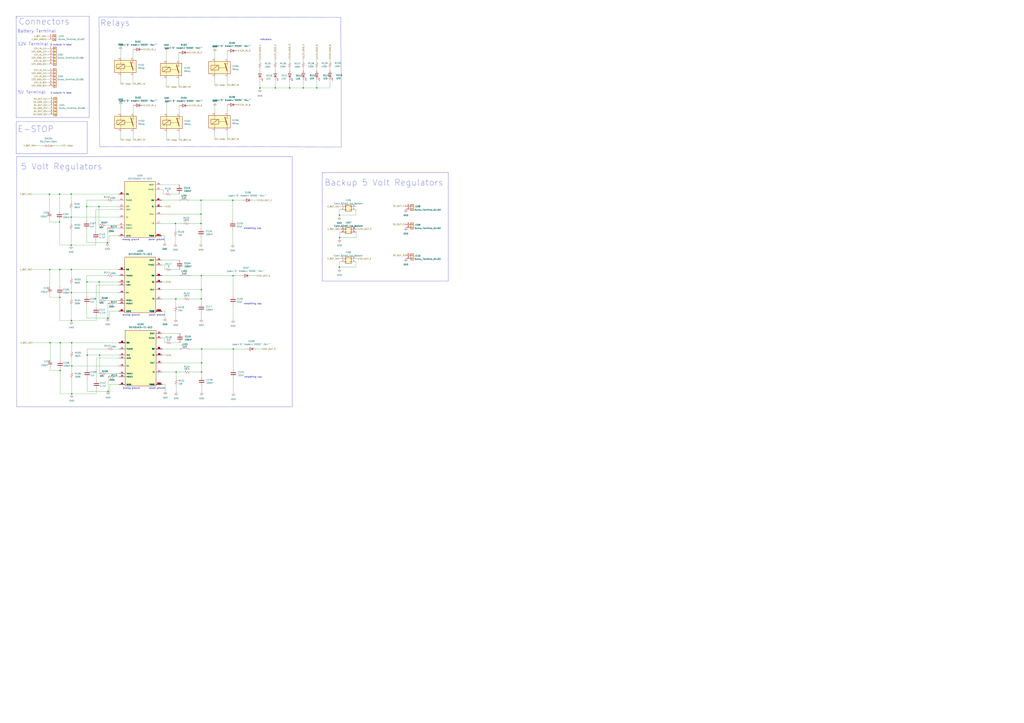
<source format=kicad_sch>
(kicad_sch (version 20230121) (generator eeschema)
  (paper "A1")
  (junction (at 48.895 159.512))
  (junction (at 278.765 176.784))
  (junction (at 144.145 183.642))
  (junction (at 191.135 164.592))
  (junction (at 278.765 219.583))
  (junction (at 58.42 201.422))
  (junction (at 49.149 221.488))
  (junction (at 49.149 244.348))
  (junction (at 58.42 159.512))
  (junction (at 165.608 305.816))
  (junction (at 41.148 281.686))
  (junction (at 165.354 245.618))
  (junction (at 58.42 178.562))
  (junction (at 213.487 72.263))
  (junction (at 81.28 169.672))
  (junction (at 165.354 237.998))
  (junction (at 40.894 221.488))
  (junction (at 144.399 245.618))
  (junction (at 165.1 183.642))
  (junction (at 88.519 261.493))
  (junction (at 249.174 72.263))
  (junction (at 226.06 72.263))
  (junction (at 88.773 321.691))
  (junction (at 260.223 72.263))
  (junction (at 165.608 298.196))
  (junction (at 71.12 169.672))
  (junction (at 144.653 305.816))
  (junction (at 88.265 199.517))
  (junction (at 165.1 164.592))
  (junction (at 49.403 304.546))
  (junction (at 81.534 231.648))
  (junction (at 278.892 195.199))
  (junction (at 58.928 323.596))
  (junction (at 81.788 291.846))
  (junction (at 191.643 286.766))
  (junction (at 165.354 226.568))
  (junction (at 49.403 281.686))
  (junction (at 58.928 300.736))
  (junction (at 191.389 226.568))
  (junction (at 58.674 240.538))
  (junction (at 58.674 221.488))
  (junction (at 165.1 176.022))
  (junction (at 237.871 72.263))
  (junction (at 48.895 182.372))
  (junction (at 71.374 231.648))
  (junction (at 40.64 159.512))
  (junction (at 58.674 263.398))
  (junction (at 58.928 281.686))
  (junction (at 71.628 291.846))
  (junction (at 165.608 286.766))
  (polyline (pts (xy 13.208 96.52) (xy 73.152 96.52)))
  (wire (pts (xy 278.765 219.583) (xy 278.765 220.98)))
  (wire (pts (xy 292.354 172.339) (xy 292.354 176.784)))
  (wire (pts (xy 213.487 72.263) (xy 213.487 73.152)))
  (wire (pts (xy 37.846 44.958) (xy 39.878 44.958)))
  (wire (pts (xy 48.895 201.422) (xy 58.42 201.422)))
  (wire (pts (xy 271.018 65.278) (xy 271.018 72.263)))
  (wire (pts (xy 135.255 159.512) (xy 134.239 159.512)))
  (wire (pts (xy 37.846 62.738) (xy 39.878 62.738)))
  (wire (pts (xy 48.895 182.372) (xy 48.895 181.102)))
  (wire (pts (xy 71.374 226.568) (xy 87.884 226.568)))
  (wire (pts (xy 249.174 65.405) (xy 249.174 72.263)))
  (wire (pts (xy 140.335 159.512) (xy 147.32 159.512)))
  (wire (pts (xy 155.575 183.642) (xy 165.1 183.642)))
  (wire (pts (xy 132.715 169.672) (xy 136.525 169.672)))
  (wire (pts (xy 165.354 226.568) (xy 165.354 237.998)))
  (polyline (pts (xy 13.208 13.716) (xy 13.208 96.52)))
  (wire (pts (xy 93.853 309.626) (xy 97.663 309.626)))
  (wire (pts (xy 93.599 249.428) (xy 97.409 249.428)))
  (wire (pts (xy 58.42 171.577) (xy 58.42 178.562)))
  (wire (pts (xy 26.543 281.686) (xy 41.148 281.686)))
  (wire (pts (xy 133.223 274.066) (xy 147.828 274.066)))
  (wire (pts (xy 79.248 323.596) (xy 58.928 323.596)))
  (wire (pts (xy 78.994 263.398) (xy 58.674 263.398)))
  (wire (pts (xy 191.389 226.568) (xy 191.389 243.078)))
  (wire (pts (xy 165.354 257.048) (xy 165.354 262.128)))
  (wire (pts (xy 191.389 250.698) (xy 191.389 262.763)))
  (wire (pts (xy 136.906 85.09) (xy 136.906 93.091)))
  (wire (pts (xy 41.148 301.371) (xy 41.148 304.546)))
  (wire (pts (xy 278.765 215.138) (xy 278.765 219.583)))
  (wire (pts (xy 89.789 255.778) (xy 89.789 261.493)))
  (wire (pts (xy 154.686 43.18) (xy 155.702 43.18)))
  (wire (pts (xy 191.135 188.722) (xy 191.135 200.787)))
  (wire (pts (xy 81.28 169.672) (xy 97.155 169.672)))
  (wire (pts (xy 146.812 64.77) (xy 146.812 71.374)))
  (wire (pts (xy 89.535 193.802) (xy 89.535 199.517)))
  (wire (pts (xy 49.149 221.488) (xy 49.149 235.458)))
  (wire (pts (xy 154.94 164.592) (xy 165.1 164.592)))
  (wire (pts (xy 278.765 176.784) (xy 292.354 176.784)))
  (wire (pts (xy 260.223 65.405) (xy 260.223 72.263)))
  (wire (pts (xy 165.608 298.196) (xy 133.223 298.196)))
  (wire (pts (xy 88.773 309.626) (xy 88.773 321.691)))
  (wire (pts (xy 135.255 193.802) (xy 135.255 199.517)))
  (polyline (pts (xy 264.668 231.013) (xy 368.173 231.013)))
  (wire (pts (xy 37.846 65.278) (xy 39.878 65.278)))
  (wire (pts (xy 176.403 42.672) (xy 176.403 48.006)))
  (wire (pts (xy 88.265 199.517) (xy 89.535 199.517)))
  (wire (pts (xy 97.663 315.976) (xy 90.043 315.976)))
  (wire (pts (xy 58.674 263.398) (xy 58.674 264.033)))
  (wire (pts (xy 71.12 169.672) (xy 81.28 169.672)))
  (wire (pts (xy 186.563 41.656) (xy 186.817 41.656)))
  (wire (pts (xy 249.174 55.88) (xy 249.174 57.785)))
  (wire (pts (xy 41.148 281.686) (xy 49.403 281.686)))
  (wire (pts (xy 37.846 67.818) (xy 39.878 67.818)))
  (wire (pts (xy 191.643 286.766) (xy 191.643 303.276)))
  (wire (pts (xy 210.312 286.766) (xy 215.646 286.766)))
  (polyline (pts (xy 73.152 13.208) (xy 13.208 13.208)))
  (wire (pts (xy 133.223 305.816) (xy 144.653 305.816)))
  (wire (pts (xy 48.895 159.512) (xy 58.42 159.512)))
  (wire (pts (xy 249.174 48.26) (xy 249.174 50.8)))
  (wire (pts (xy 58.928 281.686) (xy 97.663 281.686)))
  (wire (pts (xy 165.608 286.766) (xy 165.608 298.196)))
  (wire (pts (xy 99.187 108.204) (xy 99.187 114.808)))
  (wire (pts (xy 49.149 221.488) (xy 58.674 221.488)))
  (wire (pts (xy 165.1 176.022) (xy 132.715 176.022)))
  (wire (pts (xy 49.403 304.546) (xy 49.403 303.276)))
  (wire (pts (xy 86.614 246.888) (xy 97.409 246.888)))
  (wire (pts (xy 99.06 62.23) (xy 99.06 68.834)))
  (wire (pts (xy 165.354 245.618) (xy 165.354 237.998)))
  (wire (pts (xy 132.969 217.678) (xy 135.382 217.678)))
  (wire (pts (xy 71.628 310.896) (xy 71.628 321.691)))
  (wire (pts (xy 79.248 319.786) (xy 79.248 323.596)))
  (wire (pts (xy 58.674 240.538) (xy 58.674 245.618)))
  (wire (pts (xy 79.248 312.166) (xy 79.248 294.386)))
  (wire (pts (xy 109.22 40.64) (xy 109.601 40.64)))
  (wire (pts (xy 191.643 286.766) (xy 202.692 286.766)))
  (wire (pts (xy 58.674 221.488) (xy 58.674 228.473)))
  (wire (pts (xy 132.969 245.618) (xy 144.399 245.618)))
  (wire (pts (xy 237.871 48.26) (xy 237.871 51.054)))
  (wire (pts (xy 71.374 231.648) (xy 81.534 231.648)))
  (wire (pts (xy 78.74 201.422) (xy 58.42 201.422)))
  (wire (pts (xy 71.12 188.722) (xy 71.12 199.517)))
  (wire (pts (xy 132.969 226.568) (xy 147.574 226.568)))
  (wire (pts (xy 165.1 195.072) (xy 165.1 200.152)))
  (wire (pts (xy 155.829 245.618) (xy 165.354 245.618)))
  (polyline (pts (xy 13.589 128.778) (xy 16.637 128.778)))
  (wire (pts (xy 278.765 176.784) (xy 278.765 178.181)))
  (wire (pts (xy 71.12 164.592) (xy 87.63 164.592)))
  (wire (pts (xy 165.608 317.246) (xy 165.608 322.326)))
  (wire (pts (xy 78.74 172.212) (xy 97.155 172.212)))
  (wire (pts (xy 40.894 221.488) (xy 49.149 221.488)))
  (wire (pts (xy 132.969 213.868) (xy 147.574 213.868)))
  (wire (pts (xy 205.994 226.568) (xy 211.328 226.568)))
  (wire (pts (xy 135.763 315.976) (xy 135.763 321.691)))
  (polyline (pts (xy 81.788 120.396) (xy 280.416 120.777)))
  (wire (pts (xy 44.958 119.634) (xy 51.308 119.634)))
  (polyline (pts (xy 280.416 120.777) (xy 279.908 14.351)))
  (wire (pts (xy 147.066 93.091) (xy 147.066 86.741)))
  (wire (pts (xy 194.437 41.656) (xy 195.453 41.656)))
  (wire (pts (xy 29.21 119.634) (xy 34.798 119.634)))
  (wire (pts (xy 58.928 281.686) (xy 58.928 288.671)))
  (wire (pts (xy 249.174 72.263) (xy 237.871 72.263)))
  (polyline (pts (xy 81.28 13.97) (xy 279.908 14.351)))
  (wire (pts (xy 165.354 245.618) (xy 165.354 249.428)))
  (wire (pts (xy 226.06 48.641) (xy 226.06 50.927)))
  (wire (pts (xy 144.399 256.413) (xy 144.399 262.128)))
  (wire (pts (xy 40.894 221.488) (xy 40.894 236.093)))
  (wire (pts (xy 86.36 184.912) (xy 97.155 184.912)))
  (polyline (pts (xy 16.383 128.778) (xy 239.903 128.778)))
  (wire (pts (xy 78.994 251.968) (xy 78.994 234.188)))
  (wire (pts (xy 207.264 164.592) (xy 212.598 164.592)))
  (wire (pts (xy 92.964 226.568) (xy 97.409 226.568)))
  (wire (pts (xy 191.389 226.568) (xy 198.374 226.568)))
  (wire (pts (xy 155.448 286.766) (xy 165.608 286.766)))
  (wire (pts (xy 134.239 159.512) (xy 134.239 155.702)))
  (wire (pts (xy 97.409 255.778) (xy 89.789 255.778)))
  (wire (pts (xy 278.892 195.199) (xy 292.481 195.199)))
  (wire (pts (xy 144.399 245.618) (xy 144.399 251.333)))
  (wire (pts (xy 155.194 226.568) (xy 165.354 226.568)))
  (wire (pts (xy 71.12 181.102) (xy 71.12 169.672)))
  (wire (pts (xy 279.654 172.339) (xy 278.765 172.339)))
  (wire (pts (xy 165.1 164.592) (xy 165.1 176.022)))
  (wire (pts (xy 78.994 259.588) (xy 78.994 263.398)))
  (wire (pts (xy 40.64 179.197) (xy 40.64 182.372)))
  (wire (pts (xy 81.28 184.912) (xy 81.28 169.672)))
  (wire (pts (xy 135.001 277.876) (xy 133.223 277.876)))
  (wire (pts (xy 58.928 310.896) (xy 58.928 323.596)))
  (wire (pts (xy 136.906 108.331) (xy 136.906 114.935)))
  (wire (pts (xy 38.354 88.9) (xy 40.386 88.9)))
  (wire (pts (xy 26.035 159.512) (xy 40.64 159.512)))
  (wire (pts (xy 213.487 72.263) (xy 226.06 72.263)))
  (wire (pts (xy 48.895 159.512) (xy 48.895 173.482)))
  (wire (pts (xy 58.928 323.596) (xy 58.928 324.231)))
  (wire (pts (xy 78.994 234.188) (xy 97.409 234.188)))
  (wire (pts (xy 226.06 56.007) (xy 226.06 57.912)))
  (wire (pts (xy 194.437 86.106) (xy 195.453 86.106)))
  (wire (pts (xy 147.066 108.331) (xy 147.066 114.935)))
  (wire (pts (xy 40.64 159.512) (xy 40.64 174.117)))
  (wire (pts (xy 37.846 47.498) (xy 39.878 47.498)))
  (wire (pts (xy 58.928 300.736) (xy 97.663 300.736)))
  (wire (pts (xy 71.628 321.691) (xy 88.773 321.691)))
  (wire (pts (xy 71.374 243.078) (xy 71.374 231.648)))
  (wire (pts (xy 71.374 261.493) (xy 88.519 261.493)))
  (wire (pts (xy 165.608 305.816) (xy 165.608 309.626)))
  (wire (pts (xy 176.403 107.696) (xy 176.403 114.3)))
  (polyline (pts (xy 13.208 126.238) (xy 71.628 126.238)))
  (wire (pts (xy 135.509 255.778) (xy 135.509 261.493)))
  (wire (pts (xy 58.928 300.736) (xy 58.928 305.816)))
  (wire (pts (xy 117.221 40.64) (xy 118.11 40.64)))
  (wire (pts (xy 226.06 72.263) (xy 226.06 65.532)))
  (wire (pts (xy 271.018 55.753) (xy 271.018 57.658)))
  (wire (pts (xy 292.354 212.598) (xy 294.259 212.598)))
  (wire (pts (xy 165.354 237.998) (xy 132.969 237.998)))
  (wire (pts (xy 71.12 199.517) (xy 88.265 199.517)))
  (wire (pts (xy 144.653 305.816) (xy 144.653 311.531)))
  (wire (pts (xy 93.345 187.452) (xy 97.155 187.452)))
  (polyline (pts (xy 13.208 100.076) (xy 71.628 100.076)))
  (wire (pts (xy 93.218 286.766) (xy 97.663 286.766)))
  (wire (pts (xy 86.868 307.086) (xy 97.663 307.086)))
  (wire (pts (xy 136.652 41.529) (xy 136.652 49.53)))
  (wire (pts (xy 40.894 244.348) (xy 49.149 244.348)))
  (wire (pts (xy 186.563 92.456) (xy 186.563 86.106)))
  (wire (pts (xy 144.145 183.642) (xy 144.145 189.357)))
  (wire (pts (xy 58.928 293.751) (xy 58.928 300.736)))
  (wire (pts (xy 144.653 305.816) (xy 151.003 305.816)))
  (wire (pts (xy 26.289 221.488) (xy 40.894 221.488)))
  (wire (pts (xy 191.135 164.592) (xy 199.644 164.592)))
  (wire (pts (xy 38.354 86.36) (xy 40.386 86.36)))
  (wire (pts (xy 136.652 64.77) (xy 136.652 71.374)))
  (polyline (pts (xy 264.668 141.732) (xy 368.173 141.732)))
  (wire (pts (xy 132.715 193.802) (xy 135.255 193.802)))
  (wire (pts (xy 37.719 32.258) (xy 39.624 32.258)))
  (wire (pts (xy 292.481 188.214) (xy 294.386 188.214)))
  (wire (pts (xy 49.403 281.686) (xy 58.928 281.686)))
  (wire (pts (xy 147.066 86.741) (xy 147.32 86.741)))
  (wire (pts (xy 135.001 281.686) (xy 135.001 277.876)))
  (wire (pts (xy 49.149 244.348) (xy 49.149 243.078)))
  (polyline (pts (xy 13.208 13.208) (xy 13.208 14.732)))
  (wire (pts (xy 135.89 281.686) (xy 135.001 281.686)))
  (wire (pts (xy 71.628 303.276) (xy 71.628 291.846)))
  (wire (pts (xy 186.563 63.246) (xy 186.563 69.85)))
  (wire (pts (xy 58.42 188.722) (xy 58.42 201.422)))
  (wire (pts (xy 132.715 155.702) (xy 134.239 155.702)))
  (wire (pts (xy 109.347 86.614) (xy 109.601 86.614)))
  (wire (pts (xy 37.846 52.578) (xy 39.878 52.578)))
  (wire (pts (xy 37.846 60.198) (xy 39.878 60.198)))
  (wire (pts (xy 156.083 305.816) (xy 165.608 305.816)))
  (wire (pts (xy 117.221 86.614) (xy 118.237 86.614)))
  (wire (pts (xy 186.563 107.696) (xy 186.563 114.3)))
  (wire (pts (xy 165.1 183.642) (xy 165.1 176.022)))
  (wire (pts (xy 292.481 190.754) (xy 292.481 195.199)))
  (wire (pts (xy 41.148 304.546) (xy 49.403 304.546)))
  (wire (pts (xy 133.223 315.976) (xy 135.763 315.976)))
  (wire (pts (xy 78.74 189.992) (xy 78.74 172.212)))
  (wire (pts (xy 49.403 281.686) (xy 49.403 295.656)))
  (wire (pts (xy 146.812 49.53) (xy 146.812 43.18)))
  (wire (pts (xy 58.42 159.512) (xy 97.155 159.512)))
  (wire (pts (xy 81.788 291.846) (xy 97.663 291.846)))
  (wire (pts (xy 191.643 310.896) (xy 191.643 322.961)))
  (wire (pts (xy 71.374 250.698) (xy 71.374 261.493)))
  (wire (pts (xy 144.653 316.611) (xy 144.653 322.326)))
  (wire (pts (xy 260.223 72.263) (xy 271.018 72.263)))
  (wire (pts (xy 278.765 172.339) (xy 278.765 176.784)))
  (wire (pts (xy 58.42 178.562) (xy 58.42 183.642)))
  (wire (pts (xy 213.487 56.134) (xy 213.487 58.039)))
  (wire (pts (xy 109.22 46.99) (xy 109.22 40.64)))
  (wire (pts (xy 71.12 169.672) (xy 71.12 164.592)))
  (wire (pts (xy 144.399 245.618) (xy 150.749 245.618)))
  (wire (pts (xy 37.846 42.418) (xy 39.878 42.418)))
  (wire (pts (xy 186.563 48.006) (xy 186.563 41.656)))
  (wire (pts (xy 135.382 221.488) (xy 135.89 221.488)))
  (wire (pts (xy 135.382 217.678) (xy 135.382 221.488)))
  (wire (pts (xy 260.223 48.641) (xy 260.223 50.8)))
  (polyline (pts (xy 71.628 126.238) (xy 71.628 100.076)))
  (wire (pts (xy 176.403 87.503) (xy 176.403 92.456)))
  (wire (pts (xy 278.892 190.754) (xy 278.892 195.199)))
  (wire (pts (xy 140.97 281.686) (xy 147.828 281.686)))
  (wire (pts (xy 48.895 182.372) (xy 48.895 201.422)))
  (wire (pts (xy 58.42 178.562) (xy 97.155 178.562)))
  (wire (pts (xy 132.715 164.592) (xy 147.32 164.592)))
  (wire (pts (xy 58.674 221.488) (xy 97.409 221.488)))
  (wire (pts (xy 49.403 304.546) (xy 49.403 323.596)))
  (wire (pts (xy 146.812 43.18) (xy 147.066 43.18)))
  (wire (pts (xy 154.94 86.741) (xy 155.956 86.741)))
  (wire (pts (xy 37.846 57.658) (xy 39.878 57.658)))
  (wire (pts (xy 90.043 315.976) (xy 90.043 321.691)))
  (wire (pts (xy 49.149 263.398) (xy 58.674 263.398)))
  (wire (pts (xy 40.64 182.372) (xy 48.895 182.372)))
  (wire (pts (xy 191.135 164.592) (xy 191.135 181.102)))
  (wire (pts (xy 99.187 86.233) (xy 99.187 92.964)))
  (wire (pts (xy 165.608 286.766) (xy 191.643 286.766)))
  (wire (pts (xy 109.22 62.23) (xy 109.22 68.834)))
  (polyline (pts (xy 13.589 334.264) (xy 13.589 128.778)))
  (wire (pts (xy 38.354 93.98) (xy 40.386 93.98)))
  (polyline (pts (xy 368.173 231.013) (xy 368.173 141.732)))
  (wire (pts (xy 88.265 187.452) (xy 88.265 199.517)))
  (wire (pts (xy 71.628 291.846) (xy 81.788 291.846)))
  (wire (pts (xy 40.64 159.512) (xy 48.895 159.512)))
  (wire (pts (xy 97.155 193.802) (xy 89.535 193.802)))
  (wire (pts (xy 271.018 48.514) (xy 271.018 50.673)))
  (wire (pts (xy 37.846 70.358) (xy 39.878 70.358)))
  (wire (pts (xy 81.534 246.888) (xy 81.534 231.648)))
  (wire (pts (xy 165.1 164.592) (xy 191.135 164.592)))
  (wire (pts (xy 133.223 291.846) (xy 137.033 291.846)))
  (wire (pts (xy 132.969 255.778) (xy 135.509 255.778)))
  (wire (pts (xy 88.519 249.428) (xy 88.519 261.493)))
  (wire (pts (xy 58.674 233.553) (xy 58.674 240.538)))
  (wire (pts (xy 81.788 307.086) (xy 81.788 291.846)))
  (wire (pts (xy 40.894 241.173) (xy 40.894 244.348)))
  (wire (pts (xy 237.871 56.134) (xy 237.871 58.039)))
  (wire (pts (xy 144.145 194.437) (xy 144.145 200.152)))
  (wire (pts (xy 237.871 65.659) (xy 237.871 72.263)))
  (wire (pts (xy 292.354 215.138) (xy 292.354 219.583)))
  (wire (pts (xy 132.715 183.642) (xy 144.145 183.642)))
  (wire (pts (xy 71.374 231.648) (xy 71.374 226.568)))
  (wire (pts (xy 176.403 63.246) (xy 176.403 69.85)))
  (wire (pts (xy 278.765 219.583) (xy 292.354 219.583)))
  (polyline (pts (xy 264.668 141.732) (xy 264.668 231.013)))
  (wire (pts (xy 140.97 221.488) (xy 147.574 221.488)))
  (wire (pts (xy 278.765 188.214) (xy 279.781 188.214)))
  (wire (pts (xy 165.1 183.642) (xy 165.1 187.452)))
  (wire (pts (xy 133.223 286.766) (xy 147.828 286.766)))
  (wire (pts (xy 213.487 65.659) (xy 213.487 72.263)))
  (wire (pts (xy 278.638 212.598) (xy 279.654 212.598)))
  (wire (pts (xy 38.354 91.44) (xy 40.386 91.44)))
  (wire (pts (xy 237.871 72.263) (xy 226.06 72.263)))
  (wire (pts (xy 71.628 286.766) (xy 88.138 286.766)))
  (wire (pts (xy 279.654 215.138) (xy 278.765 215.138)))
  (wire (pts (xy 58.674 250.698) (xy 58.674 263.398)))
  (wire (pts (xy 88.773 321.691) (xy 90.043 321.691)))
  (wire (pts (xy 49.149 244.348) (xy 49.149 263.398)))
  (wire (pts (xy 144.145 183.642) (xy 150.495 183.642)))
  (polyline (pts (xy 239.903 334.264) (xy 13.589 334.264)))
  (wire (pts (xy 92.71 164.592) (xy 97.155 164.592)))
  (wire (pts (xy 79.248 294.386) (xy 97.663 294.386)))
  (wire (pts (xy 41.148 281.686) (xy 41.148 296.291)))
  (wire (pts (xy 186.563 86.106) (xy 186.817 86.106)))
  (wire (pts (xy 278.638 169.799) (xy 279.654 169.799)))
  (wire (pts (xy 38.354 83.82) (xy 40.386 83.82)))
  (wire (pts (xy 165.354 226.568) (xy 191.389 226.568)))
  (wire (pts (xy 88.519 261.493) (xy 89.789 261.493)))
  (polyline (pts (xy 239.903 128.778) (xy 239.903 334.264)))
  (wire (pts (xy 38.354 81.28) (xy 40.386 81.28)))
  (wire (pts (xy 260.223 72.263) (xy 249.174 72.263)))
  (wire (pts (xy 37.846 50.038) (xy 39.878 50.038)))
  (wire (pts (xy 49.403 323.596) (xy 58.928 323.596)))
  (polyline (pts (xy 13.208 100.076) (xy 13.208 126.238)))
  (wire (pts (xy 99.06 41.021) (xy 99.06 46.99)))
  (wire (pts (xy 109.347 108.204) (xy 109.347 114.808)))
  (polyline (pts (xy 81.28 13.97) (xy 81.788 120.396)))
  (wire (pts (xy 37.719 29.718) (xy 39.624 29.718)))
  (wire (pts (xy 71.628 291.846) (xy 71.628 286.766)))
  (wire (pts (xy 132.969 231.648) (xy 136.779 231.648)))
  (wire (pts (xy 81.534 231.648) (xy 97.409 231.648)))
  (polyline (pts (xy 73.152 96.52) (xy 73.152 13.208)))
  (wire (pts (xy 165.608 305.816) (xy 165.608 298.196)))
  (wire (pts (xy 109.347 92.964) (xy 109.347 86.614)))
  (wire (pts (xy 279.781 190.754) (xy 278.892 190.754)))
  (wire (pts (xy 78.74 197.612) (xy 78.74 201.422)))
  (wire (pts (xy 58.42 159.512) (xy 58.42 166.497)))
  (wire (pts (xy 260.223 55.88) (xy 260.223 57.785)))
  (wire (pts (xy 278.892 195.199) (xy 278.892 196.596)))
  (wire (pts (xy 58.42 201.422) (xy 58.42 202.057)))
  (wire (pts (xy 213.487 51.054) (xy 213.487 48.641)))
  (wire (pts (xy 58.674 240.538) (xy 97.409 240.538)))
  (wire (pts (xy 132.715 151.892) (xy 147.32 151.892)))
  (wire (pts (xy 37.846 39.878) (xy 39.878 39.878)))
  (text "power ground" (at 122.174 259.588 0) (effects (font (size 1.27 1.27)) (justify left bottom)))
  (text "smoothing cap" (at 200.66 310.642 0) (effects (font (size 1.27 1.27)) (justify left bottom)))
  (text "5 Volt Regulators" (at 17.145 139.954 0) (effects (font (size 5 5)) (justify left bottom)))
  (text "3 outputs in total" (at 41.402 77.216 0) (effects (font (size 1.27 1.27)) (justify left bottom)))
  (text "Battery Terminal\n" (at 14.224 27.178 0) (effects (font (size 2.54 2.54)) (justify left bottom)))
  (text "smoothing cap" (at 200.406 250.444 0) (effects (font (size 1.27 1.27)) (justify left bottom)))
  (text "power ground" (at 122.428 319.786 0) (effects (font (size 1.27 1.27)) (justify left bottom)))
  (text "5V Terminal" (at 14.732 77.47 0) (effects (font (size 2.54 2.54)) (justify left bottom)))
  (text "analog ground" (at 100.33 197.612 0) (effects (font (size 1.27 1.27)) (justify left bottom)))
  (text "Backup 5 Volt Regulators" (at 266.446 153.162 0) (effects (font (size 5 5)) (justify left bottom)))
  (text "E-STOP" (at 14.478 109.22 0) (effects (font (size 5 5)) (justify left bottom)))
  (text "power ground" (at 121.92 197.612 0) (effects (font (size 1.27 1.27)) (justify left bottom)))
  (text "6 outputs in total" (at 41.402 37.592 0) (effects (font (size 1.27 1.27)) (justify left bottom)))
  (text "analog ground" (at 100.838 319.786 0) (effects (font (size 1.27 1.27)) (justify left bottom)))
  (text "analog ground" (at 100.584 259.588 0) (effects (font (size 1.27 1.27)) (justify left bottom)))
  (text "Relays" (at 82.296 21.971 0) (effects (font (size 5 5)) (justify left bottom)))
  (text "Indicators" (at 213.36 33.274 0) (effects (font (size 1.27 1.27)) (justify left bottom)))
  (text "smoothing cap" (at 200.152 188.468 0) (effects (font (size 1.27 1.27)) (justify left bottom)))
  (text "12V Terminal" (at 14.478 37.846 0) (effects (font (size 2.54 2.54)) (justify left bottom)))
  (text "Connectors" (at 15.24 20.828 0) (effects (font (size 5 5)) (justify left bottom)))
  (hierarchical_label "V_BAT_IN" (shape input) (at 186.563 69.85 0))
  (hierarchical_label "12V_GND_3" (shape input) (at 37.846 52.578 180))
  (hierarchical_label "5V_OUT_1" (shape input) (at 38.354 81.28 180))
  (hierarchical_label "12V_IN_2" (shape output) (at 155.702 43.18 0))
  (hierarchical_label "V_BAT_IN" (shape input) (at 278.638 212.598 180))
  (hierarchical_label "12V_IN_4" (shape output) (at 118.237 86.614 0))
  (hierarchical_label "5V_OUT_3" (shape output) (at 333.375 209.804 180))
  (hierarchical_label "V_BAT_IN" (shape input) (at 186.563 114.3 0))
  (hierarchical_label "5V_OUT_2" (shape output) (at 333.375 184.404 180))
  (hierarchical_label "GL" (shape output) (at 136.525 169.672 0))
  (hierarchical_label "E-stop" (shape input) (at 136.906 114.935 0))
  (hierarchical_label "5V_GND_2" (shape input) (at 38.354 88.9 180))
  (hierarchical_label "12V_GND_3" (shape input) (at 237.871 48.26 90))
  (hierarchical_label "12V_IN_4" (shape input) (at 37.846 57.658 180))
  (hierarchical_label "12V_IN_3" (shape input) (at 37.846 50.038 180))
  (hierarchical_label "E-stop" (shape input) (at 176.403 69.85 0))
  (hierarchical_label "V_BAT_IN" (shape input) (at 29.21 119.634 180))
  (hierarchical_label "12V_GND_2" (shape input) (at 37.846 47.498 180))
  (hierarchical_label "5V_OUT_1" (shape output) (at 333.375 169.291 180))
  (hierarchical_label "12V_IN_1" (shape input) (at 37.846 39.878 180))
  (hierarchical_label "12V_GND_1" (shape input) (at 213.487 48.641 90))
  (hierarchical_label "12V_GND_6" (shape input) (at 271.018 48.514 90))
  (hierarchical_label "V_BAT_IN" (shape input) (at 147.066 114.935 0))
  (hierarchical_label "E-stop" (shape input) (at 176.403 114.3 0))
  (hierarchical_label "12V_IN_6" (shape output) (at 195.453 86.106 0))
  (hierarchical_label "12V_IN_3" (shape output) (at 195.453 41.656 0))
  (hierarchical_label "5V_GND_3" (shape input) (at 38.354 93.98 180))
  (hierarchical_label "V_BAT_GND" (shape output) (at 37.719 32.258 180))
  (hierarchical_label "12V_GND_5" (shape input) (at 260.223 48.641 90))
  (hierarchical_label "12V_IN_2" (shape input) (at 37.846 44.958 180))
  (hierarchical_label "V_BAT_IN" (shape input) (at 278.638 169.799 180))
  (hierarchical_label "V_BAT_IN" (shape input) (at 26.543 281.686 180))
  (hierarchical_label "5V_OUT_1" (shape output) (at 212.598 164.592 0))
  (hierarchical_label "V_BAT_IN" (shape input) (at 26.035 159.512 180))
  (hierarchical_label "12V_IN_5" (shape input) (at 37.846 62.738 180))
  (hierarchical_label "V_BAT_IN" (shape input) (at 278.765 188.214 180))
  (hierarchical_label "E-stop" (shape input) (at 99.187 114.808 0))
  (hierarchical_label "12V_IN_6" (shape input) (at 37.846 67.818 180))
  (hierarchical_label "V_BAT_IN" (shape input) (at 26.289 221.488 180))
  (hierarchical_label "5V_OUT_2" (shape output) (at 211.328 226.568 0))
  (hierarchical_label "12V_GND_1" (shape input) (at 37.846 42.418 180))
  (hierarchical_label "V_BAT_IN" (shape input) (at 37.719 29.718 180))
  (hierarchical_label "GL" (shape output) (at 137.033 291.846 0))
  (hierarchical_label "12V_IN_1" (shape output) (at 118.11 40.64 0))
  (hierarchical_label "12V_GND_4" (shape input) (at 249.174 48.26 90))
  (hierarchical_label "E-stop" (shape output) (at 51.308 119.634 0))
  (hierarchical_label "5V_OUT_3" (shape input) (at 38.354 91.44 180))
  (hierarchical_label "12V_GND_5" (shape input) (at 37.846 65.278 180))
  (hierarchical_label "5V_OUT_3" (shape output) (at 294.259 212.598 0))
  (hierarchical_label "5V_OUT_2" (shape input) (at 38.354 86.36 180))
  (hierarchical_label "V_BAT_IN" (shape input) (at 109.22 68.834 0))
  (hierarchical_label "12V_GND_6" (shape input) (at 37.846 70.358 180))
  (hierarchical_label "V_BAT_IN" (shape input) (at 146.812 71.374 0))
  (hierarchical_label "5V_OUT_2" (shape output) (at 294.386 188.214 0))
  (hierarchical_label "12V_IN_5" (shape output) (at 155.956 86.741 0))
  (hierarchical_label "E-stop" (shape input) (at 136.652 71.374 0))
  (hierarchical_label "5V_OUT_3" (shape output) (at 215.646 286.766 0))
  (hierarchical_label "E-stop" (shape input) (at 99.06 68.834 0))
  (hierarchical_label "V_BAT_IN" (shape input) (at 109.347 114.808 0))
  (hierarchical_label "5V_GND_1" (shape input) (at 38.354 83.82 180))
  (hierarchical_label "12V_GND_2" (shape input) (at 226.06 48.641 90))
  (hierarchical_label "12V_GND_4" (shape input) (at 37.846 60.198 180))
  (hierarchical_label "GL" (shape output) (at 136.779 231.648 0))
  (symbol (lib_id "Simulation_SPICE:DIODE") (at 113.411 86.614 0) (unit 1)
    (property "Reference" "D102" (at 113.411 80.264 0))
    (property "Value" "${SIM.PARAMS}" (at 113.411 82.804 0))
    (property "Footprint" "Package_TO_SOT_SMD:TO-263-2" (effects hide))
    (property "Datasheet" "https://www.vishay.com/docs/95730/vs-19tq015s-m3.pdf" (effects hide))
    (property "Sim.Device" "SPICE" (effects hide))
    (property "Sim.Params" "type=\"D\" model=\"DIODE\" lib=\"\"" (effects hide))
    (property "Sim.Pins" "1=1 2=2" (effects hide))
  )
  (symbol (lib_id "Device:R_Small_US") (at 90.678 286.766 90) (unit 1)
    (property "Reference" "R112" (at 88.138 284.226 90))
    (property "Value" "100k" (at 93.218 284.861 90))
    (property "Footprint" "Resistor_SMD:R_0805_2012Metric" (effects hide))
  )
  (symbol (lib_id "Device:R_Small_US") (at 260.223 53.34 0) (unit 1)
    (property "Reference" "R129" (at 264.033 52.0699 0) (effects (justify left)))
    (property "Value" "100k" (at 264.033 54.6099 0) (effects (justify left)))
    (property "Footprint" "Resistor_SMD:R_0805_2012Metric_Pad1.20x1.40mm_HandSolder" (effects hide))
  )
  (symbol (lib_id "Simulation_SPICE:DIODE") (at 190.627 41.656 0) (unit 1)
    (property "Reference" "D105" (at 190.627 35.306 0))
    (property "Value" "${SIM.PARAMS}" (at 190.627 37.846 0))
    (property "Footprint" "Package_TO_SOT_SMD:TO-263-2" (effects hide))
    (property "Datasheet" "https://www.vishay.com/docs/95730/vs-19tq015s-m3.pdf" (effects hide))
    (property "Sim.Device" "SPICE" (effects hide))
    (property "Sim.Params" "type=\"D\" model=\"DIODE\" lib=\"\"" (effects hide))
    (property "Sim.Pins" "1=1 2=2" (effects hide))
  )
  (symbol (lib_id "Connector:Screw_Terminal_01x02") (at 338.455 209.804 0) (unit 1)
    (property "Reference" "J110" (at 340.487 210.1655 0) (effects (justify left)))
    (property "Value" "Screw_Terminal_01x02" (at 340.487 212.9406 0) (effects (justify left)))
    (property "Footprint" "Connector_PinHeader_2.54mm:PinHeader_1x02_P2.54mm_Vertical" (effects hide))
  )
  (symbol (lib_id "power:GND") (at 88.265 199.517 0) (unit 1)
    (property "Reference" "#PWR0104" (effects hide))
    (property "Value" "GND" (at 88.265 204.597 0))
  )
  (symbol (lib_id "Simulation_SPICE:DIODE") (at 113.411 40.64 0) (unit 1)
    (property "Reference" "D101" (at 113.411 34.29 0))
    (property "Value" "${SIM.PARAMS}" (at 113.411 36.83 0))
    (property "Footprint" "Package_TO_SOT_SMD:TO-263-2" (effects hide))
    (property "Datasheet" "https://www.vishay.com/docs/95730/vs-19tq015s-m3.pdf" (effects hide))
    (property "Sim.Device" "SPICE" (effects hide))
    (property "Sim.Params" "type=\"D\" model=\"DIODE\" lib=\"\"" (effects hide))
    (property "Sim.Pins" "1=1 2=2" (effects hide))
  )
  (symbol (lib_id "power:GND") (at 165.608 322.326 0) (unit 1)
    (property "Reference" "#PWR0123" (effects hide))
    (property "Value" "GND" (at 165.608 327.406 0))
  )
  (symbol (lib_id "Device:R_Small_US") (at 58.928 291.211 0) (unit 1)
    (property "Reference" "R105" (at 61.468 289.9409 0) (effects (justify left)))
    (property "Value" "562k" (at 61.468 292.4809 0) (effects (justify left)))
    (property "Footprint" "Resistor_SMD:R_0805_2012Metric" (effects hide))
  )
  (symbol (lib_id "Device:L") (at 151.638 286.766 90) (unit 1)
    (property "Reference" "L103" (at 151.638 282.956 90))
    (property "Value" "1uH" (at 151.638 284.861 90))
    (property "Footprint" "Inductor_SMD:L_Vishay_IHLP-5050" (effects hide))
    (property "Datasheet" "https://www.vishay.com/docs/34123/ihlp-5050fd-01.pdf" (effects hide))
  )
  (symbol (lib_id "Device:C") (at 147.32 155.702 0) (unit 1)
    (property "Reference" "C113" (at 151.13 154.4319 0) (effects (justify left)))
    (property "Value" "100nF" (at 151.13 156.9719 0) (effects (justify left)))
    (property "Footprint" "Capacitor_SMD:C_0805_2012Metric" (effects hide))
  )
  (symbol (lib_id "Device:R_Small_US") (at 91.313 309.626 90) (unit 1)
    (property "Reference" "R115" (at 93.853 308.356 90))
    (property "Value" "200k" (at 91.948 312.166 90))
    (property "Footprint" "Resistor_SMD:R_0805_2012Metric" (effects hide))
  )
  (symbol (lib_id "power:GND") (at 136.652 41.529 180) (unit 1)
    (property "Reference" "#PWR0112" (effects hide))
    (property "Value" "GND" (at 136.652 36.957 0))
  )
  (symbol (lib_id "Simulation_SPICE:DIODE") (at 151.13 86.741 0) (unit 1)
    (property "Reference" "D104" (at 151.13 80.391 0))
    (property "Value" "${SIM.PARAMS}" (at 151.13 82.931 0))
    (property "Footprint" "Package_TO_SOT_SMD:TO-263-2" (effects hide))
    (property "Datasheet" "https://www.vishay.com/docs/95730/vs-19tq015s-m3.pdf" (effects hide))
    (property "Sim.Device" "SPICE" (effects hide))
    (property "Sim.Params" "type=\"D\" model=\"DIODE\" lib=\"\"" (effects hide))
    (property "Sim.Pins" "1=1 2=2" (effects hide))
  )
  (symbol (lib_id "Device:C") (at 165.1 191.262 0) (unit 1)
    (property "Reference" "C116" (at 168.91 189.9919 0) (effects (justify left)))
    (property "Value" "100nF" (at 168.91 192.5319 0) (effects (justify left)))
    (property "Footprint" "Capacitor_SMD:C_0805_2012Metric" (effects hide))
  )
  (symbol (lib_id "Device:R_Small_US") (at 144.145 191.897 0) (unit 1)
    (property "Reference" "R119" (at 146.05 190.6269 0) (effects (justify left)))
    (property "Value" "10k" (at 146.05 193.1669 0) (effects (justify left)))
    (property "Footprint" "Resistor_SMD:R_0805_2012Metric" (effects hide))
  )
  (symbol (lib_id "Device:R_Small_US") (at 226.06 53.467 0) (unit 1)
    (property "Reference" "R126" (at 229.87 52.1969 0) (effects (justify left)))
    (property "Value" "100k" (at 229.87 54.7369 0) (effects (justify left)))
    (property "Footprint" "Resistor_SMD:R_0805_2012Metric_Pad1.20x1.40mm_HandSolder" (effects hide))
  )
  (symbol (lib_id "Device:R_Small_US") (at 153.543 305.816 90) (unit 1)
    (property "Reference" "R124" (at 153.543 301.371 90))
    (property "Value" "187k" (at 153.543 303.276 90))
    (property "Footprint" "Resistor_SMD:R_0805_2012Metric" (effects hide))
  )
  (symbol (lib_id "Device:R_Small_US") (at 58.928 308.356 0) (unit 1)
    (property "Reference" "R106" (at 61.468 307.0859 0) (effects (justify left)))
    (property "Value" "309k" (at 61.468 309.6259 0) (effects (justify left)))
    (property "Footprint" "Resistor_SMD:R_0805_2012Metric" (effects hide))
  )
  (symbol (lib_id "power:GND") (at 136.906 85.09 180) (unit 1)
    (property "Reference" "#PWR0113" (effects hide))
    (property "Value" "GND" (at 136.906 80.518 0))
  )
  (symbol (lib_id "Device:R_Small_US") (at 153.035 183.642 90) (unit 1)
    (property "Reference" "R122" (at 153.035 179.197 90))
    (property "Value" "187k" (at 153.035 181.102 90))
    (property "Footprint" "Resistor_SMD:R_0805_2012Metric" (effects hide))
  )
  (symbol (lib_id "Device:R_Small_US") (at 58.42 169.037 0) (unit 1)
    (property "Reference" "R101" (at 60.96 167.7669 0) (effects (justify left)))
    (property "Value" "562k" (at 60.96 170.3069 0) (effects (justify left)))
    (property "Footprint" "Resistor_SMD:R_0805_2012Metric" (effects hide))
  )
  (symbol (lib_id "Device:C") (at 49.149 239.268 0) (unit 1)
    (property "Reference" "C105" (at 51.689 237.998 0) (effects (justify left)))
    (property "Value" "100nF" (at 51.689 240.538 0) (effects (justify left)))
    (property "Footprint" "Capacitor_SMD:C_0805_2012Metric" (effects hide))
  )
  (symbol (lib_id "power:GND") (at 99.06 41.021 180) (unit 1)
    (property "Reference" "#PWR0107" (effects hide))
    (property "Value" "GND" (at 99.06 36.449 0))
  )
  (symbol (lib_id "power:GND") (at 176.403 42.672 180) (unit 1)
    (property "Reference" "#PWR0120" (effects hide))
    (property "Value" "GND" (at 176.403 38.1 0))
  )
  (symbol (lib_id "Device:LED") (at 226.06 61.722 90) (unit 1)
    (property "Reference" "D111" (at 231.14 62.0394 90) (effects (justify right)))
    (property "Value" "LED" (at 231.14 64.5794 90) (effects (justify right)))
    (property "Footprint" "LED_SMD:LED_0805_2012Metric_Pad1.15x1.40mm_HandSolder" (effects hide))
  )
  (symbol (lib_id "Connector:Screw_Terminal_01x02") (at 44.704 29.718 0) (unit 1)
    (property "Reference" "J101" (at 47.879 29.7179 0) (effects (justify left)))
    (property "Value" "Screw_Terminal_01x02" (at 47.879 32.2579 0) (effects (justify left)))
    (property "Footprint" "power_board_support:TE_1986660-2" (effects hide))
    (property "Datasheet" "https://www.digikey.com/en/products/detail/te-connectivity-amp-connectors/1986660-2/4021603" (effects hide))
  )
  (symbol (lib_id "Device:R_Small_US") (at 271.018 53.213 0) (unit 1)
    (property "Reference" "R130" (at 274.828 51.9429 0) (effects (justify left)))
    (property "Value" "100k" (at 274.828 54.4829 0) (effects (justify left)))
    (property "Footprint" "Resistor_SMD:R_0805_2012Metric_Pad1.20x1.40mm_HandSolder" (effects hide))
  )
  (symbol (lib_id "Device:C") (at 165.354 253.238 0) (unit 1)
    (property "Reference" "C117" (at 169.164 251.9679 0) (effects (justify left)))
    (property "Value" "100nF" (at 169.164 254.5079 0) (effects (justify left)))
    (property "Footprint" "Capacitor_SMD:C_0805_2012Metric" (effects hide))
  )
  (symbol (lib_id "power:GND") (at 88.519 261.493 0) (unit 1)
    (property "Reference" "#PWR0105" (effects hide))
    (property "Value" "GND" (at 88.519 266.573 0))
  )
  (symbol (lib_id "power:GND") (at 278.765 220.98 0) (unit 1)
    (property "Reference" "#PWR0127" (effects hide))
    (property "Value" "GND" (at 278.765 226.06 0))
  )
  (symbol (lib_id "power:GND") (at 278.892 196.596 0) (unit 1)
    (property "Reference" "#PWR0128" (effects hide))
    (property "Value" "GND" (at 278.892 201.676 0))
  )
  (symbol (lib_id "Device:R_Small_US") (at 58.674 231.013 0) (unit 1)
    (property "Reference" "R103" (at 61.214 229.7429 0) (effects (justify left)))
    (property "Value" "562k" (at 61.214 232.2829 0) (effects (justify left)))
    (property "Footprint" "Resistor_SMD:R_0805_2012Metric" (effects hide))
  )
  (symbol (lib_id "Device:R_Small_US") (at 213.487 53.594 0) (unit 1)
    (property "Reference" "R125" (at 217.297 52.3239 0) (effects (justify left)))
    (property "Value" "100k" (at 217.297 54.8639 0) (effects (justify left)))
    (property "Footprint" "Resistor_SMD:R_0805_2012Metric_Pad1.20x1.40mm_HandSolder" (effects hide))
  )
  (symbol (lib_id "Device:C") (at 78.74 193.802 0) (unit 1)
    (property "Reference" "C110" (at 81.28 192.532 0) (effects (justify left)))
    (property "Value" "4.7uF" (at 81.28 195.072 0) (effects (justify left)))
    (property "Footprint" "Capacitor_SMD:C_0805_2012Metric" (effects hide))
  )
  (symbol (lib_id "Device:LED") (at 213.487 61.849 90) (unit 1)
    (property "Reference" "D110" (at 218.567 62.1664 90) (effects (justify right)))
    (property "Value" "LED" (at 218.567 64.7064 90) (effects (justify right)))
    (property "Footprint" "LED_SMD:LED_0805_2012Metric_Pad1.15x1.40mm_HandSolder" (effects hide))
  )
  (symbol (lib_id "Relay:DIPxx-1Axx-11x") (at 141.986 100.711 0) (unit 1)
    (property "Reference" "K104" (at 151.384 99.4409 0) (effects (justify left)))
    (property "Value" "Relay" (at 151.384 101.9809 0) (effects (justify left)))
    (property "Footprint" "power_board_support:A10 Relay" (effects hide))
  )
  (symbol (lib_id "Device:R_Small_US") (at 84.328 307.086 90) (unit 1)
    (property "Reference" "R109" (at 86.233 305.181 90))
    (property "Value" "50k" (at 83.693 308.991 90))
    (property "Footprint" "Resistor_SMD:R_0805_2012Metric" (effects hide))
  )
  (symbol (lib_id "Device:C") (at 48.895 177.292 0) (unit 1)
    (property "Reference" "C104" (at 51.435 176.022 0) (effects (justify left)))
    (property "Value" "100nF" (at 51.435 178.562 0) (effects (justify left)))
    (property "Footprint" "Capacitor_SMD:C_0805_2012Metric" (effects hide))
  )
  (symbol (lib_id "Simulation_SPICE:DIODE") (at 202.184 226.568 0) (unit 1)
    (property "Reference" "D107" (at 202.184 220.218 0))
    (property "Value" "${SIM.PARAMS}" (at 202.184 222.758 0))
    (property "Footprint" "Package_TO_SOT_SMD:TO-263-2" (effects hide))
    (property "Datasheet" "https://www.vishay.com/docs/95730/vs-19tq015s-m3.pdf" (effects hide))
    (property "Sim.Device" "SPICE" (effects hide))
    (property "Sim.Params" "type=\"D\" model=\"DIODE\" lib=\"\"" (effects hide))
    (property "Sim.Pins" "1=1 2=2" (effects hide))
  )
  (symbol (lib_id "Device:C") (at 79.248 315.976 0) (unit 1)
    (property "Reference" "C112" (at 81.788 314.706 0) (effects (justify left)))
    (property "Value" "4.7uF" (at 81.788 317.246 0) (effects (justify left)))
    (property "Footprint" "Capacitor_SMD:C_0805_2012Metric" (effects hide))
  )
  (symbol (lib_id "Connector:Screw_Terminal_01x02") (at 338.455 184.404 0) (unit 1)
    (property "Reference" "J109" (at 340.487 184.7655 0) (effects (justify left)))
    (property "Value" "Screw_Terminal_01x02" (at 340.487 187.5406 0) (effects (justify left)))
    (property "Footprint" "Connector_PinHeader_2.54mm:PinHeader_1x02_P2.54mm_Vertical" (effects hide))
  )
  (symbol (lib_id "Device:LED") (at 249.174 61.595 90) (unit 1)
    (property "Reference" "D113" (at 254.254 61.9124 90) (effects (justify right)))
    (property "Value" "LED" (at 254.254 64.4524 90) (effects (justify right)))
    (property "Footprint" "LED_SMD:LED_0805_2012Metric_Pad1.15x1.40mm_HandSolder" (effects hide))
  )
  (symbol (lib_id "Device:LED") (at 271.018 61.468 90) (unit 1)
    (property "Reference" "D115" (at 276.098 61.7854 90) (effects (justify right)))
    (property "Value" "LED" (at 276.098 64.3254 90) (effects (justify right)))
    (property "Footprint" "LED_SMD:LED_0805_2012Metric_Pad1.15x1.40mm_HandSolder" (effects hide))
  )
  (symbol (lib_id "power:GND") (at 58.674 264.033 0) (unit 1)
    (property "Reference" "#PWR0101" (effects hide))
    (property "Value" "GND" (at 58.674 269.113 0))
  )
  (symbol (lib_id "Relay:DIPxx-1Axx-11x") (at 181.483 55.626 0) (unit 1)
    (property "Reference" "K105" (at 190.881 54.3559 0) (effects (justify left)))
    (property "Value" "Relay" (at 190.881 56.8959 0) (effects (justify left)))
    (property "Footprint" "power_board_support:A10 Relay" (effects hide))
  )
  (symbol (lib_id "Connector:Screw_Terminal_01x02") (at 338.455 169.291 0) (unit 1)
    (property "Reference" "J108" (at 340.487 169.6525 0) (effects (justify left)))
    (property "Value" "Screw_Terminal_01x02" (at 340.487 172.4276 0) (effects (justify left)))
    (property "Footprint" "Connector_PinHeader_2.54mm:PinHeader_1x02_P2.54mm_Vertical" (effects hide))
  )
  (symbol (lib_id "power:GND") (at 88.773 321.691 0) (unit 1)
    (property "Reference" "#PWR0106" (effects hide))
    (property "Value" "GND" (at 88.773 326.771 0))
  )
  (symbol (lib_id "Relay:DIPxx-1Axx-11x") (at 141.732 57.15 0) (unit 1)
    (property "Reference" "K103" (at 151.13 55.8799 0) (effects (justify left)))
    (property "Value" "Relay" (at 151.13 58.4199 0) (effects (justify left)))
    (property "Footprint" "power_board_support:A10 Relay" (effects hide))
  )
  (symbol (lib_id "Device:C") (at 49.403 299.466 0) (unit 1)
    (property "Reference" "C106" (at 51.943 298.196 0) (effects (justify left)))
    (property "Value" "100nF" (at 51.943 300.736 0) (effects (justify left)))
    (property "Footprint" "Capacitor_SMD:C_0805_2012Metric" (effects hide))
  )
  (symbol (lib_id "Device:R_Small_US") (at 90.424 226.568 90) (unit 1)
    (property "Reference" "R111" (at 87.884 224.028 90))
    (property "Value" "100k" (at 92.964 224.663 90))
    (property "Footprint" "Resistor_SMD:R_0805_2012Metric" (effects hide))
  )
  (symbol (lib_id "power:GND") (at 333.375 171.831 0) (unit 1)
    (property "Reference" "#PWR0129" (effects hide))
    (property "Value" "GND" (at 333.375 176.911 0))
  )
  (symbol (lib_id "Device:R_Small_US") (at 90.805 187.452 90) (unit 1)
    (property "Reference" "R113" (at 93.345 186.182 90))
    (property "Value" "200k" (at 91.44 189.992 90))
    (property "Footprint" "Resistor_SMD:R_0805_2012Metric" (effects hide))
  )
  (symbol (lib_id "Device:R_Small_US") (at 83.82 184.912 90) (unit 1)
    (property "Reference" "R107" (at 85.725 183.007 90))
    (property "Value" "50k" (at 83.185 186.817 90))
    (property "Footprint" "Resistor_SMD:R_0805_2012Metric" (effects hide))
  )
  (symbol (lib_id "SIC431AED-T1-GE3:SIC431AED-T1-GE3") (at 115.189 234.188 0) (unit 1)
    (property "Reference" "U102" (at 115.189 206.248 0))
    (property "Value" "SIC431AED-T1-GE3" (at 115.189 208.788 0))
    (property "Footprint" "SIC_431_supporting:REGULATOR_SIC431AED-T1-GE3" (effects hide))
    (property "MF" "Vishay Siliconix" (effects hide))
    (property "PACKAGE" "PowerWFQFN-24 Vishay" (effects hide))
    (property "PRICE" "1.86 USD" (effects hide))
    (property "AVAILABILITY" "Good" (effects hide))
    (property "MP" "SIC431AED-T1-GE3" (effects hide))
    (property "DESCRIPTION" "Synchronous Buck Regulator Ultrasonic Adjustable 0.6V to 21.6V 24A O/P 24-Pin PowerPAK MLP44 T/R" (effects hide))
  )
  (symbol (lib_id "power:GND") (at 99.187 86.233 180) (unit 1)
    (property "Reference" "#PWR0108" (effects hide))
    (property "Value" "GND" (at 99.187 81.661 0))
  )
  (symbol (lib_id "Device:C") (at 191.135 184.912 0) (unit 1)
    (property "Reference" "C119" (at 194.31 183.642 0) (effects (justify left)))
    (property "Value" "22uF" (at 194.31 186.182 0) (effects (justify left)))
    (property "Footprint" "Capacitor_SMD:C_0805_2012Metric" (effects hide))
  )
  (symbol (lib_id "Simulation_SPICE:DIODE") (at 190.627 86.106 0) (unit 1)
    (property "Reference" "D106" (at 190.627 79.756 0))
    (property "Value" "${SIM.PARAMS}" (at 190.627 82.296 0))
    (property "Footprint" "Package_TO_SOT_SMD:TO-263-2" (effects hide))
    (property "Datasheet" "https://www.vishay.com/docs/95730/vs-19tq015s-m3.pdf" (effects hide))
    (property "Sim.Device" "SPICE" (effects hide))
    (property "Sim.Params" "type=\"D\" model=\"DIODE\" lib=\"\"" (effects hide))
    (property "Sim.Pins" "1=1 2=2" (effects hide))
  )
  (symbol (lib_id "Device:R_Small_US") (at 137.795 159.512 90) (unit 1)
    (property "Reference" "R116" (at 137.795 155.067 90))
    (property "Value" "0" (at 137.795 156.972 90))
    (property "Footprint" "Resistor_SMD:R_0805_2012Metric" (effects hide))
  )
  (symbol (lib_id "Device:R_Small_US") (at 249.174 53.34 0) (unit 1)
    (property "Reference" "R128" (at 252.984 52.0699 0) (effects (justify left)))
    (property "Value" "100k" (at 252.984 54.6099 0) (effects (justify left)))
    (property "Footprint" "Resistor_SMD:R_0805_2012Metric_Pad1.20x1.40mm_HandSolder" (effects hide))
  )
  (symbol (lib_id "power:GND") (at 165.1 200.152 0) (unit 1)
    (property "Reference" "#PWR0118" (effects hide))
    (property "Value" "GND" (at 165.1 205.232 0))
  )
  (symbol (lib_id "Device:C") (at 191.389 246.888 0) (unit 1)
    (property "Reference" "C120" (at 194.31 245.618 0) (effects (justify left)))
    (property "Value" "22uF" (at 194.31 248.158 0) (effects (justify left)))
    (property "Footprint" "Capacitor_SMD:C_0805_2012Metric" (effects hide))
  )
  (symbol (lib_id "Connector:Screw_Terminal_01x06") (at 45.466 86.36 0) (unit 1)
    (property "Reference" "J104" (at 48.26 86.3599 0) (effects (justify left)))
    (property "Value" "Screw_Terminal_01x06" (at 48.26 88.8999 0) (effects (justify left)))
    (property "Footprint" "power_board_support:691137710006" (effects hide))
    (property "Datasheet" "https://www.digikey.com/en/products/detail/w%C3%BCrth-elektronik/691137710006/6644055" (effects hide))
  )
  (symbol (lib_id "power:GND") (at 135.255 199.517 0) (unit 1)
    (property "Reference" "#PWR0124" (effects hide))
    (property "Value" "GND" (at 135.255 204.597 0))
  )
  (symbol (lib_id "power:GND") (at 58.928 324.231 0) (unit 1)
    (property "Reference" "#PWR0103" (effects hide))
    (property "Value" "GND" (at 58.928 329.311 0))
  )
  (symbol (lib_id "Device:C") (at 147.828 277.876 0) (unit 1)
    (property "Reference" "C115" (at 151.638 276.6059 0) (effects (justify left)))
    (property "Value" "100nF" (at 151.638 279.1459 0) (effects (justify left)))
    (property "Footprint" "Capacitor_SMD:C_0805_2012Metric" (effects hide))
  )
  (symbol (lib_id "Simulation_SPICE:DIODE") (at 206.502 286.766 0) (unit 1)
    (property "Reference" "D109" (at 206.502 280.416 0))
    (property "Value" "${SIM.PARAMS}" (at 206.502 282.956 0))
    (property "Footprint" "Package_TO_SOT_SMD:TO-263-2" (effects hide))
    (property "Datasheet" "https://www.vishay.com/docs/95730/vs-19tq015s-m3.pdf" (effects hide))
    (property "Sim.Device" "SPICE" (effects hide))
    (property "Sim.Params" "type=\"D\" model=\"DIODE\" lib=\"\"" (effects hide))
    (property "Sim.Pins" "1=1 2=2" (effects hide))
  )
  (symbol (lib_id "Device:R_Small_US") (at 237.871 53.594 0) (unit 1)
    (property "Reference" "R127" (at 241.681 52.3239 0) (effects (justify left)))
    (property "Value" "100k" (at 241.681 54.8639 0) (effects (justify left)))
    (property "Footprint" "Resistor_SMD:R_0805_2012Metric_Pad1.20x1.40mm_HandSolder" (effects hide))
  )
  (symbol (lib_id "Device:R_Small_US") (at 84.074 246.888 90) (unit 1)
    (property "Reference" "R108" (at 85.979 244.983 90))
    (property "Value" "50k" (at 83.439 248.793 90))
    (property "Footprint" "Resistor_SMD:R_0805_2012Metric" (effects hide))
  )
  (symbol (lib_id "power:GND") (at 58.42 202.057 0) (unit 1)
    (property "Reference" "#PWR0102" (effects hide))
    (property "Value" "GND" (at 58.42 207.137 0))
  )
  (symbol (lib_id "SIC431AED-T1-GE3:SIC431AED-T1-GE3") (at 115.443 294.386 0) (unit 1)
    (property "Reference" "U103" (at 115.443 266.446 0))
    (property "Value" "SIC431AED-T1-GE3" (at 115.443 268.986 0))
    (property "Footprint" "SIC_431_supporting:REGULATOR_SIC431AED-T1-GE3" (effects hide))
    (property "MF" "Vishay Siliconix" (effects hide))
    (property "PACKAGE" "PowerWFQFN-24 Vishay" (effects hide))
    (property "PRICE" "1.86 USD" (effects hide))
    (property "AVAILABILITY" "Good" (effects hide))
    (property "MP" "SIC431AED-T1-GE3" (effects hide))
    (property "DESCRIPTION" "Synchronous Buck Regulator Ultrasonic Adjustable 0.6V to 21.6V 24A O/P 24-Pin PowerPAK MLP44 T/R" (effects hide))
  )
  (symbol (lib_id "Device:R_Small_US") (at 58.42 186.182 0) (unit 1)
    (property "Reference" "R102" (at 60.96 184.9119 0) (effects (justify left)))
    (property "Value" "309k" (at 60.96 187.4519 0) (effects (justify left)))
    (property "Footprint" "Resistor_SMD:R_0805_2012Metric" (effects hide))
  )
  (symbol (lib_id "Device:C") (at 78.994 255.778 0) (unit 1)
    (property "Reference" "C111" (at 81.534 254.508 0) (effects (justify left)))
    (property "Value" "4.7uF" (at 81.534 257.048 0) (effects (justify left)))
    (property "Footprint" "Capacitor_SMD:C_0805_2012Metric" (effects hide))
  )
  (symbol (lib_name "DIODE_1") (lib_id "Simulation_SPICE:DIODE") (at 203.454 164.592 0) (unit 1)
    (property "Reference" "D108" (at 203.454 158.242 0))
    (property "Value" "${SIM.PARAMS}" (at 203.454 160.782 0))
    (property "Footprint" "Package_TO_SOT_SMD:TO-263-2" (effects hide))
    (property "Datasheet" "https://www.vishay.com/docs/95730/vs-19tq015s-m3.pdf" (effects hide))
    (property "Sim.Device" "SPICE" (effects hide))
    (property "Sim.Params" "type=\"D\" model=\"DIODE\" lib=\"\"" (effects hide))
    (property "Sim.Pins" "1=1 2=2" (effects hide))
  )
  (symbol (lib_id "power:GND") (at 333.375 212.344 0) (unit 1)
    (property "Reference" "#PWR0131" (effects hide))
    (property "Value" "GND" (at 333.375 217.424 0))
  )
  (symbol (lib_id "power:GND") (at 278.765 178.181 0) (unit 1)
    (property "Reference" "#PWR0126" (effects hide))
    (property "Value" "GND" (at 278.765 183.261 0))
  )
  (symbol (lib_id "Device:LED") (at 237.871 61.849 90) (unit 1)
    (property "Reference" "D112" (at 242.951 62.1664 90) (effects (justify right)))
    (property "Value" "LED" (at 242.951 64.7064 90) (effects (justify right)))
    (property "Footprint" "LED_SMD:LED_0805_2012Metric_Pad1.15x1.40mm_HandSolder" (effects hide))
  )
  (symbol (lib_id "Device:C") (at 71.628 307.086 0) (unit 1)
    (property "Reference" "C109" (at 74.168 305.816 0) (effects (justify left)))
    (property "Value" "1uF" (at 74.168 308.356 0) (effects (justify left)))
    (property "Footprint" "Capacitor_SMD:C_0805_2012Metric" (effects hide))
  )
  (symbol (lib_id "SIC431AED-T1-GE3:SIC431AED-T1-GE3") (at 114.935 172.212 0) (unit 1)
    (property "Reference" "U101" (at 114.935 144.272 0))
    (property "Value" "SIC431AED-T1-GE3" (at 114.935 146.812 0))
    (property "Footprint" "SIC_431_supporting:REGULATOR_SIC431AED-T1-GE3" (effects hide))
    (property "MF" "Vishay Siliconix" (effects hide))
    (property "PACKAGE" "PowerWFQFN-24 Vishay" (effects hide))
    (property "PRICE" "1.86 USD" (effects hide))
    (property "AVAILABILITY" "Good" (effects hide))
    (property "MP" "SIC431AED-T1-GE3" (effects hide))
    (property "DESCRIPTION" "Synchronous Buck Regulator Ultrasonic Adjustable 0.6V to 21.6V 24A O/P 24-Pin PowerPAK MLP44 T/R" (effects hide))
  )
  (symbol (lib_id "power:GND") (at 144.145 200.152 0) (unit 1)
    (property "Reference" "#PWR0114" (effects hide))
    (property "Value" "GND" (at 144.145 205.232 0))
  )
  (symbol (lib_id "Relay:DIPxx-1Axx-11x") (at 104.267 100.584 0) (unit 1)
    (property "Reference" "K102" (at 113.665 99.3139 0) (effects (justify left)))
    (property "Value" "Relay" (at 113.665 101.8539 0) (effects (justify left)))
    (property "Footprint" "power_board_support:A10 Relay" (effects hide))
  )
  (symbol (lib_id "Device:C") (at 147.574 217.678 0) (unit 1)
    (property "Reference" "C114" (at 151.384 216.4079 0) (effects (justify left)))
    (property "Value" "100nF" (at 151.384 218.9479 0) (effects (justify left)))
    (property "Footprint" "Capacitor_SMD:C_0805_2012Metric" (effects hide))
  )
  (symbol (lib_id "Device:LED") (at 260.223 61.595 90) (unit 1)
    (property "Reference" "D114" (at 265.303 61.9124 90) (effects (justify right)))
    (property "Value" "LED" (at 265.303 64.4524 90) (effects (justify right)))
    (property "Footprint" "LED_SMD:LED_0805_2012Metric_Pad1.15x1.40mm_HandSolder" (effects hide))
  )
  (symbol (lib_id "Device:L") (at 151.384 226.568 90) (unit 1)
    (property "Reference" "L102" (at 151.384 222.758 90))
    (property "Value" "1uH" (at 151.384 224.663 90))
    (property "Footprint" "Inductor_SMD:L_Vishay_IHLP-5050" (effects hide))
    (property "Datasheet" "https://www.vishay.com/docs/34123/ihlp-5050fd-01.pdf" (effects hide))
  )
  (symbol (lib_id "Device:C_Polarized_Small_US") (at 41.148 298.831 0) (unit 1)
    (property "Reference" "C103" (at 36.068 296.926 0) (effects (justify left)))
    (property "Value" "150uF" (at 33.528 300.101 0) (effects (justify left)))
    (property "Footprint" "Capacitor_THT:CP_Radial_D12.5mm_P5.00mm" (effects hide))
    (property "Datasheet" "https://www.digikey.com/en/products/detail/panasonic-electronic-components/ECE-A1EN331U/227623" (effects hide))
  )
  (symbol (lib_id "Device:C") (at 71.12 184.912 0) (unit 1)
    (property "Reference" "C107" (at 73.66 183.642 0) (effects (justify left)))
    (property "Value" "1uF" (at 73.66 186.182 0) (effects (justify left)))
    (property "Footprint" "Capacitor_SMD:C_0805_2012Metric" (effects hide))
  )
  (symbol (lib_id "power:GND") (at 165.354 262.128 0) (unit 1)
    (property "Reference" "#PWR0122" (effects hide))
    (property "Value" "GND" (at 165.354 267.208 0))
  )
  (symbol (lib_id "power:GND") (at 191.389 262.763 0) (unit 1)
    (property "Reference" "#PWR0111" (effects hide))
    (property "Value" "GND" (at 191.389 267.843 0))
  )
  (symbol (lib_id "Device:C") (at 165.608 313.436 0) (unit 1)
    (property "Reference" "C118" (at 169.418 312.1659 0) (effects (justify left)))
    (property "Value" "100nF" (at 169.418 314.7059 0) (effects (justify left)))
    (property "Footprint" "Capacitor_SMD:C_0805_2012Metric" (effects hide))
  )
  (symbol (lib_id "power:GND") (at 135.509 261.493 0) (unit 1)
    (property "Reference" "#PWR0110" (effects hide))
    (property "Value" "GND" (at 135.509 266.573 0))
  )
  (symbol (lib_id "Connector:Screw_Terminal_01x06") (at 44.958 62.738 0) (unit 1)
    (property "Reference" "J103" (at 46.99 62.7379 0) (effects (justify left)))
    (property "Value" "Screw_Terminal_01x06" (at 46.99 65.2779 0) (effects (justify left)))
    (property "Footprint" "power_board_support:12V terminal block" (effects hide))
    (property "Datasheet" "https://www.digikey.com/en/products/detail/molex/0399100106/504526" (effects hide))
  )
  (symbol (lib_id "Connector:Screw_Terminal_01x06") (at 44.958 44.958 0) (unit 1)
    (property "Reference" "J102" (at 46.99 44.9579 0) (effects (justify left)))
    (property "Value" "Screw_Terminal_01x06" (at 46.99 47.4979 0) (effects (justify left)))
    (property "Footprint" "power_board_support:12V terminal block" (effects hide))
    (property "Datasheet" "https://www.digikey.com/en/products/detail/molex/0399100106/504526" (effects hide))
  )
  (symbol (lib_id "Device:C_Polarized_Small_US") (at 40.64 176.657 0) (unit 1)
    (property "Reference" "C101" (at 35.56 174.752 0) (effects (justify left)))
    (property "Value" "150uF" (at 33.02 177.927 0) (effects (justify left)))
    (property "Footprint" "Capacitor_THT:CP_Radial_D12.5mm_P5.00mm" (effects hide))
    (property "Datasheet" "https://www.digikey.com/en/products/detail/panasonic-electronic-components/ECE-A1EN331U/227623" (effects hide))
  )
  (symbol (lib_id "power:GND") (at 191.643 322.961 0) (unit 1)
    (property "Reference" "#PWR0117" (effects hide))
    (property "Value" "GND" (at 191.643 328.041 0))
  )
  (symbol (lib_id "Device:R_Small_US") (at 144.653 314.071 0) (unit 1)
    (property "Reference" "R121" (at 146.558 312.8009 0) (effects (justify left)))
    (property "Value" "10k" (at 146.558 315.3409 0) (effects (justify left)))
    (property "Footprint" "Resistor_SMD:R_0805_2012Metric" (effects hide))
  )
  (symbol (lib_id "Connector_Generic:Conn_02x02_Top_Bottom") (at 284.734 169.799 0) (unit 1)
    (property "Reference" "J105" (at 286.004 164.5625 0))
    (property "Value" "Conn_02x02_Top_Bottom" (at 286.004 167.3376 0))
    (property "Footprint" "power_board_support:LM2596-2" (effects hide))
  )
  (symbol (lib_id "power:GND") (at 191.135 200.787 0) (unit 1)
    (property "Reference" "#PWR0119" (effects hide))
    (property "Value" "GND" (at 191.135 205.867 0))
  )
  (symbol (lib_id "Device:R_Small_US") (at 138.43 221.488 90) (unit 1)
    (property "Reference" "R117" (at 138.43 217.043 90))
    (property "Value" "0" (at 138.43 218.948 90))
    (property "Footprint" "Resistor_SMD:R_0805_2012Metric" (effects hide))
  )
  (symbol (lib_id "power:GND") (at 144.399 262.128 0) (unit 1)
    (property "Reference" "#PWR0115" (effects hide))
    (property "Value" "GND" (at 144.399 267.208 0))
  )
  (symbol (lib_id "Device:R_Small_US") (at 144.399 253.873 0) (unit 1)
    (property "Reference" "R120" (at 146.304 252.6029 0) (effects (justify left)))
    (property "Value" "10k" (at 146.304 255.1429 0) (effects (justify left)))
    (property "Footprint" "Resistor_SMD:R_0805_2012Metric" (effects hide))
  )
  (symbol (lib_id "Connector_Generic:Conn_02x02_Top_Bottom") (at 284.734 212.598 0) (unit 1)
    (property "Reference" "J106" (at 286.004 207.3615 0))
    (property "Value" "Conn_02x02_Top_Bottom" (at 286.004 210.1366 0))
    (property "Footprint" "power_board_support:LM2596-2" (effects hide))
  )
  (symbol (lib_id "Simulation_SPICE:DIODE") (at 150.876 43.18 0) (unit 1)
    (property "Reference" "D103" (at 150.876 36.83 0))
    (property "Value" "${SIM.PARAMS}" (at 150.876 39.37 0))
    (property "Footprint" "Package_TO_SOT_SMD:TO-263-2" (effects hide))
    (property "Datasheet" "https://www.vishay.com/docs/95730/vs-19tq015s-m3.pdf" (effects hide))
    (property "Sim.Device" "SPICE" (effects hide))
    (property "Sim.Params" "type=\"D\" model=\"DIODE\" lib=\"\"" (effects hide))
    (property "Sim.Pins" "1=1 2=2" (effects hide))
  )
  (symbol (lib_id "Device:C_Polarized_Small_US") (at 40.894 238.633 0) (unit 1)
    (property "Reference" "C102" (at 35.814 236.728 0) (effects (justify left)))
    (property "Value" "150uF" (at 33.274 239.903 0) (effects (justify left)))
    (property "Footprint" "Capacitor_THT:CP_Radial_D12.5mm_P5.00mm" (effects hide))
    (property "Datasheet" "https://www.digikey.com/en/products/detail/panasonic-electronic-components/ECE-A1EN331U/227623" (effects hide))
  )
  (symbol (lib_id "Device:R_Small_US") (at 138.43 281.686 90) (unit 1)
    (property "Reference" "R118" (at 138.43 277.241 90))
    (property "Value" "3.3" (at 138.43 279.146 90))
    (property "Footprint" "Resistor_SMD:R_0805_2012Metric" (effects hide))
  )
  (symbol (lib_id "power:GND") (at 213.487 73.152 0) (unit 1)
    (property "Reference" "#PWR0125" (effects hide))
    (property "Value" "GND" (at 213.487 78.74 0))
  )
  (symbol (lib_id "Device:R_Small_US") (at 58.674 248.158 0) (unit 1)
    (property "Reference" "R104" (at 61.214 246.8879 0) (effects (justify left)))
    (property "Value" "309k" (at 61.214 249.4279 0) (effects (justify left)))
    (property "Footprint" "Resistor_SMD:R_0805_2012Metric" (effects hide))
  )
  (symbol (lib_id "Switch:SW_Push_Open") (at 39.878 119.634 0) (unit 1)
    (property "Reference" "SW101" (at 39.878 113.792 0))
    (property "Value" "SW_Push_Open" (at 39.878 116.332 0))
    (property "Footprint" "power_board_support:E-Stop" (effects hide))
  )
  (symbol (lib_id "Device:C") (at 71.374 246.888 0) (unit 1)
    (property "Reference" "C108" (at 73.914 245.618 0) (effects (justify left)))
    (property "Value" "1uF" (at 73.914 248.158 0) (effects (justify left)))
    (property "Footprint" "Capacitor_SMD:C_0805_2012Metric" (effects hide))
  )
  (symbol (lib_id "power:GND") (at 144.653 322.326 0) (unit 1)
    (property "Reference" "#PWR0116" (effects hide))
    (property "Value" "GND" (at 144.653 327.406 0))
  )
  (symbol (lib_id "Device:R_Small_US") (at 90.17 164.592 90) (unit 1)
    (property "Reference" "R110" (at 87.63 162.052 90))
    (property "Value" "100k" (at 92.71 162.687 90))
    (property "Footprint" "Resistor_SMD:R_0805_2012Metric" (effects hide))
  )
  (symbol (lib_id "power:GND") (at 176.403 87.503 180) (unit 1)
    (property "Reference" "#PWR0121" (effects hide))
    (property "Value" "GND" (at 176.403 82.931 0))
  )
  (symbol (lib_id "Relay:DIPxx-1Axx-11x") (at 181.483 100.076 0) (unit 1)
    (property "Reference" "K106" (at 190.881 98.8059 0) (effects (justify left)))
    (property "Value" "Relay" (at 190.881 101.3459 0) (effects (justify left)))
    (property "Footprint" "power_board_support:A10 Relay" (effects hide))
  )
  (symbol (lib_id "Device:C") (at 191.643 307.086 0) (unit 1)
    (property "Reference" "C121" (at 195.58 305.816 0) (effects (justify left)))
    (property "Value" "22uF" (at 195.58 308.356 0) (effects (justify left)))
    (property "Footprint" "Capacitor_SMD:C_0805_2012Metric" (effects hide))
  )
  (symbol (lib_id "power:GND") (at 135.763 321.691 0) (unit 1)
    (property "Reference" "#PWR0109" (effects hide))
    (property "Value" "GND" (at 135.763 326.771 0))
  )
  (symbol (lib_id "Device:L") (at 151.13 164.592 90) (unit 1)
    (property "Reference" "L101" (at 151.13 160.782 90))
    (property "Value" "1uH" (at 151.13 162.687 90))
    (property "Footprint" "Inductor_SMD:L_Vishay_IHLP-5050" (effects hide))
    (property "Datasheet" "https://www.vishay.com/docs/34123/ihlp-5050fd-01.pdf" (effects hide))
  )
  (symbol (lib_id "Device:R_Small_US") (at 153.289 245.618 90) (unit 1)
    (property "Reference" "R123" (at 153.289 241.173 90))
    (property "Value" "187k" (at 153.289 243.078 90))
    (property "Footprint" "Resistor_SMD:R_0805_2012Metric" (effects hide))
  )
  (symbol (lib_id "Relay:DIPxx-1Axx-11x") (at 104.14 54.61 0) (unit 1)
    (property "Reference" "K101" (at 113.538 53.3399 0) (effects (justify left)))
    (property "Value" "Relay" (at 113.538 55.8799 0) (effects (justify left)))
    (property "Footprint" "power_board_support:A10 Relay" (effects hide))
  )
  (symbol (lib_id "Device:R_Small_US") (at 91.059 249.428 90) (unit 1)
    (property "Reference" "R114" (at 93.599 248.158 90))
    (property "Value" "200k" (at 91.694 251.968 90))
    (property "Footprint" "Resistor_SMD:R_0805_2012Metric" (effects hide))
  )
  (symbol (lib_id "Connector_Generic:Conn_02x02_Top_Bottom") (at 284.861 188.214 0) (unit 1)
    (property "Reference" "J107" (at 286.131 182.9775 0))
    (property "Value" "Conn_02x02_Top_Bottom" (at 286.131 185.7526 0))
    (property "Footprint" "power_board_support:LM2596-2" (effects hide))
  )
  (symbol (lib_id "power:GND") (at 333.375 186.944 0) (unit 1)
    (property "Reference" "#PWR0130" (effects hide))
    (property "Value" "GND" (at 333.375 192.024 0))
  )
)
</source>
